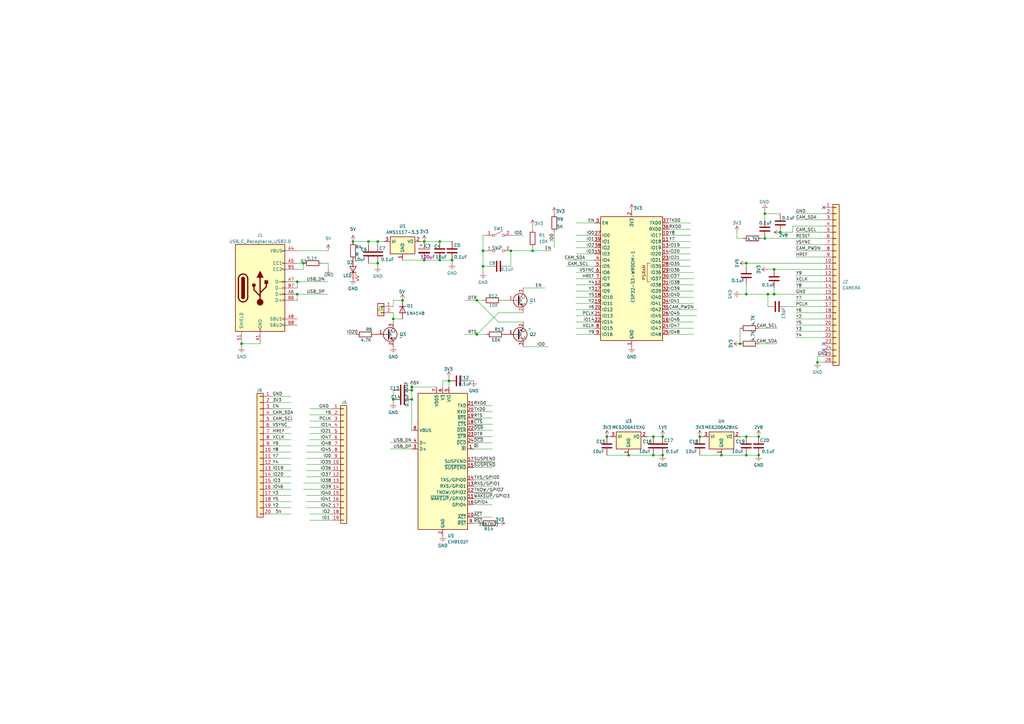
<source format=kicad_sch>
(kicad_sch (version 20250114) (generator "eeschema") (generator_version "9.0")
  (paper "A3")
  (junction (at 317.5 110.49))
  (junction (at 144.78 99.06))
  (junction (at 173.99 99.06))
  (junction (at 267.97 179.07))
  (junction (at 195.58 123.19))
  (junction (at 184.15 156.21))
  (junction (at 311.15 186.69))
  (junction (at 168.91 160.02))
  (junction (at 154.94 99.06))
  (junction (at 313.69 87.63))
  (junction (at 161.29 163.83))
  (junction (at 168.91 158.75))
  (junction (at 151.13 99.06))
  (junction (at 317.5 120.65))
  (junction (at 267.97 186.69))
  (junction (at 121.92 120.65))
  (junction (at 124.46 107.95))
  (junction (at 306.07 186.69))
  (junction (at 165.1 123.19))
  (junction (at 313.69 97.79))
  (junction (at 180.34 106.68))
  (junction (at 161.29 130.81))
  (junction (at 271.78 186.69))
  (junction (at 271.78 179.07))
  (junction (at 180.34 99.06))
  (junction (at 99.06 140.97))
  (junction (at 320.04 95.25))
  (junction (at 314.96 120.65))
  (junction (at 306.07 107.95))
  (junction (at 335.28 148.59))
  (junction (at 121.92 115.57))
  (junction (at 173.99 106.68))
  (junction (at 198.12 109.22))
  (junction (at 303.53 140.97))
  (junction (at 287.02 179.07))
  (junction (at 218.44 102.87))
  (junction (at 295.91 186.69))
  (junction (at 311.15 179.07))
  (junction (at 257.81 186.69))
  (junction (at 198.12 102.87))
  (junction (at 306.07 179.07))
  (junction (at 209.55 102.87))
  (junction (at 168.91 163.83))
  (junction (at 195.58 137.16))
  (junction (at 154.94 107.95))
  (junction (at 306.07 120.65))
  (junction (at 248.92 179.07))
  (junction (at 185.42 106.68))
  (no_connect (at 337.82 140.97))
  (no_connect (at 337.82 143.51))
  (no_connect (at 337.82 85.09))
  (wire (pts (xy 194.31 173.99) (xy 201.93 173.99)))
  (wire (pts (xy 184.15 156.21) (xy 184.15 158.75)))
  (wire (pts (xy 135.89 198.12) (xy 124.46 198.12)))
  (wire (pts (xy 326.39 90.17) (xy 337.82 90.17)))
  (wire (pts (xy 236.22 119.38) (xy 243.84 119.38)))
  (wire (pts (xy 135.89 200.66) (xy 124.46 200.66)))
  (wire (pts (xy 326.39 100.33) (xy 337.82 100.33)))
  (wire (pts (xy 227.33 95.25) (xy 227.33 101.6)))
  (wire (pts (xy 135.89 187.96) (xy 125.73 187.96)))
  (wire (pts (xy 236.22 104.14) (xy 243.84 104.14)))
  (wire (pts (xy 236.22 116.84) (xy 243.84 116.84)))
  (wire (pts (xy 313.69 87.63) (xy 320.04 87.63)))
  (wire (pts (xy 119.38 165.1) (xy 111.76 165.1)))
  (wire (pts (xy 198.12 102.87) (xy 199.39 102.87)))
  (wire (pts (xy 119.38 190.5) (xy 111.76 190.5)))
  (wire (pts (xy 274.32 121.92) (xy 284.48 121.92)))
  (wire (pts (xy 207.01 123.19) (xy 205.74 123.19)))
  (wire (pts (xy 232.41 109.22) (xy 243.84 109.22)))
  (wire (pts (xy 214.63 132.08) (xy 204.47 132.08)))
  (wire (pts (xy 194.31 212.09) (xy 201.93 212.09)))
  (wire (pts (xy 274.32 132.08) (xy 284.48 132.08)))
  (wire (pts (xy 312.42 97.79) (xy 313.69 97.79)))
  (wire (pts (xy 135.89 205.74) (xy 125.73 205.74)))
  (wire (pts (xy 119.38 205.74) (xy 111.76 205.74)))
  (wire (pts (xy 194.31 181.61) (xy 201.93 181.61)))
  (wire (pts (xy 135.89 182.88) (xy 125.73 182.88)))
  (wire (pts (xy 314.96 120.65) (xy 314.96 125.73)))
  (wire (pts (xy 306.07 186.69) (xy 311.15 186.69)))
  (wire (pts (xy 248.92 179.07) (xy 250.19 179.07)))
  (wire (pts (xy 335.28 146.05) (xy 335.28 148.59)))
  (wire (pts (xy 161.29 160.02) (xy 161.29 163.83)))
  (wire (pts (xy 194.31 207.01) (xy 201.93 207.01)))
  (wire (pts (xy 326.39 115.57) (xy 337.82 115.57)))
  (wire (pts (xy 274.32 93.98) (xy 283.21 93.98)))
  (wire (pts (xy 194.31 201.93) (xy 201.93 201.93)))
  (wire (pts (xy 119.38 180.34) (xy 111.76 180.34)))
  (wire (pts (xy 135.89 208.28) (xy 125.73 208.28)))
  (wire (pts (xy 236.22 96.52) (xy 243.84 96.52)))
  (wire (pts (xy 274.32 114.3) (xy 284.48 114.3)))
  (wire (pts (xy 274.32 96.52) (xy 283.21 96.52)))
  (wire (pts (xy 326.39 135.89) (xy 337.82 135.89)))
  (wire (pts (xy 198.12 96.52) (xy 198.12 102.87)))
  (wire (pts (xy 274.32 99.06) (xy 283.21 99.06)))
  (wire (pts (xy 135.89 167.64) (xy 127 167.64)))
  (wire (pts (xy 274.32 124.46) (xy 284.48 124.46)))
  (wire (pts (xy 209.55 102.87) (xy 218.44 102.87)))
  (wire (pts (xy 161.29 128.27) (xy 161.29 130.81)))
  (wire (pts (xy 314.96 110.49) (xy 317.5 110.49)))
  (wire (pts (xy 313.69 86.36) (xy 313.69 87.63)))
  (wire (pts (xy 194.31 184.15) (xy 201.93 184.15)))
  (wire (pts (xy 195.58 137.16) (xy 190.5 137.16)))
  (wire (pts (xy 160.02 184.15) (xy 168.91 184.15)))
  (wire (pts (xy 236.22 124.46) (xy 243.84 124.46)))
  (wire (pts (xy 274.32 109.22) (xy 283.21 109.22)))
  (wire (pts (xy 218.44 92.71) (xy 218.44 93.98)))
  (wire (pts (xy 160.02 181.61) (xy 168.91 181.61)))
  (wire (pts (xy 132.08 107.95) (xy 134.62 107.95)))
  (wire (pts (xy 135.89 195.58) (xy 125.73 195.58)))
  (wire (pts (xy 134.62 107.95) (xy 134.62 110.49)))
  (wire (pts (xy 161.29 163.83) (xy 161.29 165.1)))
  (wire (pts (xy 194.31 179.07) (xy 201.93 179.07)))
  (wire (pts (xy 198.12 96.52) (xy 199.39 96.52)))
  (wire (pts (xy 236.22 101.6) (xy 243.84 101.6)))
  (wire (pts (xy 223.52 118.11) (xy 214.63 118.11)))
  (wire (pts (xy 326.39 133.35) (xy 337.82 133.35)))
  (wire (pts (xy 265.43 179.07) (xy 267.97 179.07)))
  (wire (pts (xy 185.42 107.95) (xy 185.42 106.68)))
  (wire (pts (xy 119.38 185.42) (xy 111.76 185.42)))
  (wire (pts (xy 306.07 120.65) (xy 314.96 120.65)))
  (wire (pts (xy 236.22 91.44) (xy 243.84 91.44)))
  (wire (pts (xy 165.1 106.68) (xy 173.99 106.68)))
  (wire (pts (xy 287.02 186.69) (xy 295.91 186.69)))
  (wire (pts (xy 173.99 106.68) (xy 180.34 106.68)))
  (wire (pts (xy 326.39 95.25) (xy 337.82 95.25)))
  (wire (pts (xy 173.99 99.06) (xy 180.34 99.06)))
  (wire (pts (xy 135.89 172.72) (xy 127 172.72)))
  (wire (pts (xy 168.91 163.83) (xy 168.91 176.53)))
  (wire (pts (xy 179.07 158.75) (xy 168.91 158.75)))
  (wire (pts (xy 326.39 138.43) (xy 337.82 138.43)))
  (wire (pts (xy 121.92 120.65) (xy 121.92 123.19)))
  (wire (pts (xy 209.55 96.52) (xy 214.63 96.52)))
  (wire (pts (xy 151.13 99.06) (xy 154.94 99.06)))
  (wire (pts (xy 172.72 99.06) (xy 173.99 99.06)))
  (wire (pts (xy 320.04 95.25) (xy 325.12 95.25)))
  (wire (pts (xy 236.22 132.08) (xy 243.84 132.08)))
  (wire (pts (xy 194.31 168.91) (xy 201.93 168.91)))
  (wire (pts (xy 194.31 176.53) (xy 201.93 176.53)))
  (wire (pts (xy 236.22 114.3) (xy 243.84 114.3)))
  (wire (pts (xy 194.31 191.77) (xy 201.93 191.77)))
  (wire (pts (xy 326.39 105.41) (xy 337.82 105.41)))
  (wire (pts (xy 267.97 179.07) (xy 271.78 179.07)))
  (wire (pts (xy 314.96 120.65) (xy 317.5 120.65)))
  (wire (pts (xy 180.34 106.68) (xy 185.42 106.68)))
  (wire (pts (xy 195.58 123.19) (xy 190.5 123.19)))
  (wire (pts (xy 191.77 156.21) (xy 194.31 156.21)))
  (wire (pts (xy 135.89 213.36) (xy 127 213.36)))
  (wire (pts (xy 248.92 186.69) (xy 257.81 186.69)))
  (wire (pts (xy 295.91 186.69) (xy 306.07 186.69)))
  (wire (pts (xy 274.32 129.54) (xy 285.75 129.54)))
  (wire (pts (xy 168.91 158.75) (xy 168.91 160.02)))
  (wire (pts (xy 198.12 102.87) (xy 198.12 109.22)))
  (wire (pts (xy 135.89 185.42) (xy 125.73 185.42)))
  (wire (pts (xy 119.38 208.28) (xy 111.76 208.28)))
  (wire (pts (xy 218.44 102.87) (xy 226.06 102.87)))
  (wire (pts (xy 214.63 128.27) (xy 204.47 128.27)))
  (wire (pts (xy 135.89 170.18) (xy 127 170.18)))
  (wire (pts (xy 306.07 179.07) (xy 311.15 179.07)))
  (wire (pts (xy 135.89 190.5) (xy 125.73 190.5)))
  (wire (pts (xy 119.38 200.66) (xy 111.76 200.66)))
  (wire (pts (xy 135.89 193.04) (xy 125.73 193.04)))
  (wire (pts (xy 121.92 102.87) (xy 134.62 102.87)))
  (wire (pts (xy 119.38 195.58) (xy 111.76 195.58)))
  (wire (pts (xy 274.32 134.62) (xy 284.48 134.62)))
  (wire (pts (xy 274.32 137.16) (xy 284.48 137.16)))
  (wire (pts (xy 119.38 162.56) (xy 111.76 162.56)))
  (wire (pts (xy 121.92 107.95) (xy 124.46 107.95)))
  (wire (pts (xy 236.22 134.62) (xy 243.84 134.62)))
  (wire (pts (xy 194.31 204.47) (xy 201.93 204.47)))
  (wire (pts (xy 306.07 107.95) (xy 337.82 107.95)))
  (wire (pts (xy 194.31 214.63) (xy 196.85 214.63)))
  (wire (pts (xy 198.12 109.22) (xy 198.12 111.76)))
  (wire (pts (xy 274.32 91.44) (xy 283.21 91.44)))
  (wire (pts (xy 306.07 116.84) (xy 306.07 120.65)))
  (wire (pts (xy 224.79 142.24) (xy 214.63 142.24)))
  (wire (pts (xy 161.29 123.19) (xy 165.1 123.19)))
  (wire (pts (xy 274.32 119.38) (xy 284.48 119.38)))
  (wire (pts (xy 326.39 123.19) (xy 337.82 123.19)))
  (wire (pts (xy 335.28 146.05) (xy 337.82 146.05)))
  (wire (pts (xy 267.97 186.69) (xy 271.78 186.69)))
  (wire (pts (xy 119.38 203.2) (xy 111.76 203.2)))
  (wire (pts (xy 317.5 110.49) (xy 337.82 110.49)))
  (wire (pts (xy 204.47 128.27) (xy 195.58 137.16)))
  (wire (pts (xy 154.94 99.06) (xy 157.48 99.06)))
  (wire (pts (xy 274.32 116.84) (xy 284.48 116.84)))
  (wire (pts (xy 151.13 107.95) (xy 154.94 107.95)))
  (wire (pts (xy 119.38 198.12) (xy 111.76 198.12)))
  (wire (pts (xy 119.38 172.72) (xy 111.76 172.72)))
  (wire (pts (xy 121.92 120.65) (xy 134.62 120.65)))
  (wire (pts (xy 257.81 186.69) (xy 267.97 186.69)))
  (wire (pts (xy 326.39 87.63) (xy 337.82 87.63)))
  (wire (pts (xy 144.78 99.06) (xy 151.13 99.06)))
  (wire (pts (xy 181.61 156.21) (xy 181.61 158.75)))
  (wire (pts (xy 184.15 154.94) (xy 184.15 156.21)))
  (wire (pts (xy 154.94 109.22) (xy 154.94 107.95)))
  (wire (pts (xy 119.38 182.88) (xy 111.76 182.88)))
  (wire (pts (xy 121.92 115.57) (xy 121.92 118.11)))
  (wire (pts (xy 181.61 156.21) (xy 184.15 156.21)))
  (wire (pts (xy 124.46 107.95) (xy 124.46 110.49)))
  (wire (pts (xy 161.29 130.81) (xy 165.1 130.81)))
  (wire (pts (xy 236.22 99.06) (xy 243.84 99.06)))
  (wire (pts (xy 194.31 171.45) (xy 201.93 171.45)))
  (wire (pts (xy 236.22 129.54) (xy 243.84 129.54)))
  (wire (pts (xy 115.57 120.65) (xy 121.92 120.65)))
  (wire (pts (xy 135.89 203.2) (xy 125.73 203.2)))
  (wire (pts (xy 326.39 128.27) (xy 337.82 128.27)))
  (wire (pts (xy 161.29 130.81) (xy 161.29 132.08)))
  (wire (pts (xy 198.12 109.22) (xy 200.66 109.22)))
  (wire (pts (xy 121.92 115.57) (xy 134.62 115.57)))
  (wire (pts (xy 135.89 210.82) (xy 127 210.82)))
  (wire (pts (xy 119.38 187.96) (xy 111.76 187.96)))
  (wire (pts (xy 335.28 148.59) (xy 337.82 148.59)))
  (wire (pts (xy 135.89 177.8) (xy 127 177.8)))
  (wire (pts (xy 236.22 111.76) (xy 243.84 111.76)))
  (wire (pts (xy 236.22 137.16) (xy 243.84 137.16)))
  (wire (pts (xy 168.91 160.02) (xy 168.91 163.83)))
  (wire (pts (xy 326.39 130.81) (xy 337.82 130.81)))
  (wire (pts (xy 325.12 92.71) (xy 337.82 92.71)))
  (wire (pts (xy 135.89 175.26) (xy 127 175.26)))
  (wire (pts (xy 99.06 140.97) (xy 106.68 140.97)))
  (wire (pts (xy 111.76 177.8) (xy 119.38 177.8)))
  (wire (pts (xy 194.31 189.23) (xy 201.93 189.23)))
  (wire (pts (xy 236.22 121.92) (xy 243.84 121.92)))
  (wire (pts (xy 111.76 175.26) (xy 119.38 175.26)))
  (wire (pts (xy 287.02 179.07) (xy 288.29 179.07)))
  (wire (pts (xy 135.89 180.34) (xy 127 180.34)))
  (wire (pts (xy 303.53 140.97) (xy 303.53 134.62)))
  (wire (pts (xy 302.26 97.79) (xy 304.8 97.79)))
  (wire (pts (xy 306.07 107.95) (xy 306.07 109.22)))
  (wire (pts (xy 194.31 199.39) (xy 201.93 199.39)))
  (wire (pts (xy 208.28 109.22) (xy 209.55 109.22)))
  (wire (pts (xy 154.94 100.33) (xy 154.94 99.06)))
  (wire (pts (xy 194.31 196.85) (xy 201.93 196.85)))
  (wire (pts (xy 121.92 110.49) (xy 124.46 110.49)))
  (wire (pts (xy 274.32 127) (xy 285.75 127)))
  (wire (pts (xy 274.32 104.14) (xy 283.21 104.14)))
  (wire (pts (xy 198.12 123.19) (xy 195.58 123.19)))
  (wire (pts (xy 326.39 113.03) (xy 337.82 113.03)))
  (wire (pts (xy 274.32 101.6) (xy 283.21 101.6)))
  (wire (pts (xy 236.22 127) (xy 243.84 127)))
  (wire (pts (xy 119.38 170.18) (xy 111.76 170.18)))
  (wire (pts (xy 311.15 134.62) (xy 318.77 134.62)))
  (wire (pts (xy 209.55 102.87) (xy 209.55 109.22)))
  (wire (pts (xy 313.69 87.63) (xy 313.69 90.17)))
  (wire (pts (xy 204.47 132.08) (xy 195.58 123.19)))
  (wire (pts (xy 274.32 106.68) (xy 283.21 106.68)))
  (wire (pts (xy 274.32 111.76) (xy 284.48 111.76)))
  (wire (pts (xy 311.15 140.97) (xy 318.77 140.97)))
  (wire (pts (xy 99.06 142.24) (xy 99.06 140.97)))
  (wire (pts (xy 302.26 97.79) (xy 302.26 95.25)))
  (wire (pts (xy 151.13 99.06) (xy 151.13 100.33)))
  (wire (pts (xy 194.31 166.37) (xy 201.93 166.37)))
  (wire (pts (xy 218.44 101.6) (xy 218.44 102.87)))
  (wire (pts (xy 142.24 137.16) (xy 146.05 137.16)))
  (wire (pts (xy 119.38 167.64) (xy 111.76 167.64)))
  (wire (pts (xy 114.3 115.57) (xy 121.92 115.57)))
  (wire (pts (xy 232.41 106.68) (xy 243.84 106.68)))
  (wire (pts (xy 119.38 193.04) (xy 111.76 193.04)))
  (wire (pts (xy 317.5 120.65) (xy 337.82 120.65)))
  (wire (pts (xy 326.39 118.11) (xy 337.82 118.11)))
  (wire (pts (xy 317.5 118.11) (xy 317.5 120.65)))
  (wire (pts (xy 326.39 102.87) (xy 337.82 102.87)))
  (wire (pts (xy 313.69 97.79) (xy 337.82 97.79)))
  (wire (pts (xy 303.53 120.65) (xy 306.07 120.65)))
  (wire (pts (xy 180.34 99.06) (xy 185.42 99.06)))
  (wire (pts (xy 161.29 123.19) (xy 161.29 125.73)))
  (wire (pts (xy 322.58 125.73) (xy 337.82 125.73)))
  (wire (pts (xy 111.76 210.82) (xy 119.38 210.82)))
  (wire (pts (xy 303.53 179.07) (xy 306.07 179.07)))
  (wire (pts (xy 325.12 95.25) (xy 325.12 92.71)))
  (wire (pts (xy 199.39 137.16) (xy 195.58 137.16)))
  (label "RXD0" (at 274.32 93.98 0))
  (label "Y7" (at 274.32 99.06 0))
  (label "IO1" (at 132.08 213.36 0))
  (label "DTR" (at 194.31 179.07 0))
  (label "Y5" (at 111.76 205.74 0))
  (label "USB_DP" (at 125.73 120.65 0))
  (label "Y2" (at 243.84 124.46 180))
  (label "PCLK" (at 135.89 172.72 180))
  (label "GPIO4" (at 194.31 207.01 0))
  (label "IO0" (at 135.89 187.96 180))
  (label "Y8" (at 326.39 118.11 0))
  (label "GND" (at 326.39 87.63 0))
  (label "IO3" (at 243.84 104.14 180))
  (label "CAM_SDA" (at 318.77 140.97 180))
  (label "GND" (at 111.76 162.56 0))
  (label "IO14" (at 135.89 175.26 180))
  (label "Y2" (at 114.3 208.28 180))
  (label "~{DCD}" (at 194.31 181.61 0))
  (label "IO48" (at 274.32 137.16 0))
  (label "Y3" (at 243.84 119.38 180))
  (label "DTR" (at 195.58 123.19 180))
  (label "EN" (at 223.52 102.87 0))
  (label "HREF" (at 111.76 177.8 0))
  (label "IO38" (at 274.32 116.84 0))
  (label "IO36" (at 274.32 111.76 0))
  (label "VSYNC" (at 243.84 111.76 180))
  (label "IO45" (at 274.32 129.54 0))
  (label "EN" (at 222.25 118.11 180))
  (label "IO0" (at 223.52 142.24 180))
  (label "IO0" (at 243.84 96.52 180))
  (label "IO40" (at 274.32 121.92 0))
  (label "IO20" (at 111.76 195.58 0))
  (label "EN" (at 243.84 91.44 180))
  (label "IO0" (at 210.82 96.52 0))
  (label "~{RST}" (at 194.31 214.63 0))
  (label "IO41" (at 274.32 124.46 0))
  (label "~{SUSPEND}" (at 194.31 191.77 0))
  (label "XCLK" (at 326.39 115.57 0))
  (label "IO36" (at 135.89 193.04 180))
  (label "Y4" (at 111.76 190.5 0))
  (label "IO40" (at 135.89 203.2 180))
  (label "SUSPEND" (at 194.31 189.23 0))
  (label "CAM_PWDN" (at 274.32 127 0))
  (label "XCLK" (at 243.84 134.62 180))
  (label "IO38" (at 135.89 198.12 180))
  (label "IO47" (at 135.89 180.34 180))
  (label "Y6" (at 135.89 170.18 180))
  (label "CAM_SCL" (at 241.3 109.22 180))
  (label "CAM_SDA" (at 240.03 106.68 180))
  (label "USB_DP" (at 161.29 184.15 0))
  (label "IO2" (at 132.08 210.82 0))
  (label "CAM_SCL" (at 326.39 95.25 0))
  (label "IO41" (at 135.89 205.74 180))
  (label "Y9" (at 243.84 137.16 180))
  (label "CAM_SDA" (at 326.39 90.17 0))
  (label "Y4" (at 326.39 138.43 0))
  (label "VSYNC" (at 326.39 100.33 0))
  (label "IO20" (at 274.32 104.14 0))
  (label "RTS" (at 195.58 137.16 180))
  (label "IO46" (at 274.32 132.08 0))
  (label "IO37" (at 135.89 195.58 180))
  (label "GND" (at 326.39 120.65 0))
  (label "~{CTS}" (at 194.31 173.99 0))
  (label "IO48" (at 135.89 182.88 180))
  (label "IO21" (at 135.89 177.8 180))
  (label "XCLK" (at 111.76 180.34 0))
  (label "Y6" (at 243.84 127 180))
  (label "HREF" (at 243.84 114.3 180))
  (label "IO1" (at 243.84 99.06 180))
  (label "Y9" (at 326.39 113.03 0))
  (label "IO47" (at 274.32 134.62 0))
  (label "Y7" (at 326.39 123.19 0))
  (label "GND" (at 335.28 146.05 0))
  (label "CAM_SDA" (at 111.76 170.18 0))
  (label "TXD0" (at 194.31 168.91 0))
  (label "RXS/GPIO1" (at 194.31 199.39 0))
  (label "Y6" (at 326.39 128.27 0))
  (label "IO39" (at 135.89 200.66 180))
  (label "IO42" (at 135.89 208.28 180))
  (label "~{ACT}" (at 194.31 212.09 0))
  (label "IO39" (at 274.32 119.38 0))
  (label "EN" (at 111.76 167.64 0))
  (label "IO35" (at 274.32 109.22 0))
  (label "USB_DN" (at 161.29 181.61 0))
  (label "Y8" (at 111.76 185.42 0))
  (label "IO14" (at 243.84 132.08 180))
  (label "~{WAKEUP}/GPIO3" (at 194.31 204.47 0))
  (label "Y5" (at 243.84 121.92 180))
  (label "5V" (at 113.03 210.82 0))
  (label "Y9" (at 111.76 182.88 0))
  (label "~{RI}" (at 194.31 184.15 0))
  (label "HREF" (at 326.39 105.41 0))
  (label "IO35" (at 135.89 190.5 180))
  (label "GND" (at 130.81 167.64 0))
  (label "TXS/GPIO0" (at 194.31 196.85 0))
  (label "IO45" (at 135.89 185.42 180))
  (label "Y7" (at 111.76 187.96 0))
  (label "RXD0" (at 194.31 166.37 0))
  (label "TNOW/GPIO2" (at 194.31 201.93 0))
  (label "IO20" (at 142.24 137.16 0))
  (label "IO3" (at 111.76 198.12 0))
  (label "3V3" (at 111.76 165.1 0))
  (label "CAM_SCL" (at 111.76 172.72 0))
  (label "RTS" (at 194.31 171.45 0))
  (label "IO19" (at 274.32 101.6 0))
  (label "Y2" (at 326.39 130.81 0))
  (label "Y5" (at 326.39 133.35 0))
  (label "CAM_PWDN" (at 326.39 102.87 0))
  (label "IO2" (at 243.84 101.6 180))
  (label "IO19" (at 111.76 193.04 0))
  (label "PCLK" (at 326.39 125.73 0))
  (label "USB_DN" (at 125.73 115.57 0))
  (label "Y8" (at 274.32 96.52 0))
  (label "Y3" (at 326.39 135.89 0))
  (label "IO0" (at 227.33 99.06 90))
  (label "RESET" (at 326.39 97.79 0))
  (label "IO21" (at 274.32 106.68 0))
  (label "IO37" (at 274.32 114.3 0))
  (label "PCLK" (at 243.84 129.54 180))
  (label "VSYNC" (at 111.76 175.26 0))
  (label "Y4" (at 243.84 116.84 180))
  (label "Y3" (at 111.76 203.2 0))
  (label "IO46" (at 111.76 200.66 0))
  (label "CAM_SCL" (at 318.77 134.62 180))
  (label "~{DSR}" (at 194.31 176.53 0))
  (label "TXD0" (at 274.32 91.44 0))
  (symbol (lib_id "Interface_USB:CH9102F") (at 181.61 189.23 0) (unit 1)
    (property "Reference" "U5" (at 183.5659 219.71 0) (effects (justify left)))
    (property "Value" "CH9102F" (at 183.5659 222.25 0) (effects (justify left)))
    (property "Footprint" "Package_DFN_QFN:QFN-24-1EP_4x4mm_P0.5mm_EP2.6x2.6mm" (effects (hide yes)))
    (property "Datasheet" "http://www.wch-ic.com/downloads/CH9102DS1_PDF.html" (effects (hide yes)))
  )
  (symbol (lib_id "power:GNDREF") (at 154.94 109.22 0) (unit 1)
    (property "Reference" "#PWR014" (effects (hide yes)))
    (property "Value" "GND" (at 154.94 113.284 0))
    (property "Description" "Power symbol creates a global label with name \"GNDREF\" , reference supply ground" (effects (hide yes)))
  )
  (symbol (lib_name "+3.3V_1") (lib_id "power:+3.3V") (at 248.92 179.07 0) (unit 1)
    (property "Reference" "#PWR029" (effects (hide yes)))
    (property "Value" "3V3" (at 248.92 175.26 0))
    (property "Description" "Power symbol creates a global label with name \"+3.3V\"" (effects (hide yes)))
  )
  (symbol (lib_id "Device:C") (at 306.07 182.88 180) (unit 1)
    (property "Reference" "C19" (at 305.562 181.102 0) (effects (justify left)))
    (property "Value" "10uF" (at 305.054 185.166 0) (effects (justify left)))
    (property "Footprint" "Capacitor_SMD:C_0603_1608Metric" (effects (hide yes)))
  )
  (symbol (lib_id "Device:R") (at 307.34 134.62 90) (unit 1)
    (property "Reference" "R11" (effects (hide yes)))
    (property "Value" "4.7K" (at 308.864 133.604 0) (effects (justify left)))
    (property "Footprint" "Resistor_SMD:R_0603_1608Metric" (effects (hide yes)))
  )
  (symbol (lib_id "power:+3.3V") (at 173.99 99.06 0) (unit 1)
    (property "Reference" "#PWR08" (effects (hide yes)))
    (property "Value" "3V3" (at 173.99 94.996 0))
  )
  (symbol (lib_id "power:GNDREF") (at 161.29 142.24 0) (unit 1)
    (property "Reference" "#PWR035" (effects (hide yes)))
    (property "Value" "GND" (at 161.29 146.304 0))
    (property "Description" "Power symbol creates a global label with name \"GNDREF\" , reference supply ground" (effects (hide yes)))
  )
  (symbol (lib_id "Device:C") (at 320.04 91.44 180) (unit 1)
    (property "Reference" "C1" (effects (hide yes)))
    (property "Value" "0.1uF" (at 326.136 89.408 0) (effects (justify left)))
    (property "Footprint" "Capacitor_SMD:C_0603_1608Metric" (effects (hide yes)))
  )
  (symbol (lib_id "Switch:SW_SPST") (at 204.47 102.87 0) (unit 1)
    (property "Reference" "SW2" (at 203.708 101.6 0))
    (property "Value" "SW_SPST" (effects (hide yes)))
    (property "Footprint" "Button_Switch_SMD:SW_SPST_B3U-1000P" (effects (hide yes)))
    (property "Description" "Single Pole Single Throw (SPST) switch" (effects (hide yes)))
  )
  (symbol (lib_id "power:+5V") (at 134.62 102.87 0) (unit 1)
    (property "Reference" "#PWR06" (effects (hide yes)))
    (property "Value" "5V" (at 134.62 97.79 0))
  )
  (symbol (lib_id "Device:R") (at 128.27 107.95 90) (unit 1)
    (property "Reference" "R3" (at 124.46 107.188 90))
    (property "Value" "5.1K" (at 128.016 105.918 90))
    (property "Footprint" "Capacitor_SMD:C_0603_1608Metric" (effects (hide yes)))
    (property "Description" "Resistor" (effects (hide yes)))
  )
  (symbol (lib_id "power:+3V3") (at 218.44 92.71 0) (unit 1)
    (property "Reference" "#PWR03" (effects (hide yes)))
    (property "Value" "3V3" (at 220.98 91.694 0))
  )
  (symbol (lib_id "Device:R") (at 218.44 97.79 180) (unit 1)
    (property "Reference" "R1" (at 220.98 96.5199 0) (effects (justify right)))
    (property "Value" "10K" (at 220.98 99.0599 0) (effects (justify right)))
    (property "Footprint" "Resistor_SMD:R_0603_1608Metric" (effects (hide yes)))
  )
  (symbol (lib_id "power:+5V") (at 144.78 99.06 0) (unit 1)
    (property "Reference" "#PWR07" (effects (hide yes)))
    (property "Value" "5V" (at 144.78 93.98 0))
  )
  (symbol (lib_id "power:GNDREF") (at 134.62 110.49 0) (unit 1)
    (property "Reference" "#PWR010" (effects (hide yes)))
    (property "Value" "GND" (at 134.874 112.776 0))
    (property "Description" "Power symbol creates a global label with name \"GNDREF\" , reference supply ground" (effects (hide yes)))
  )
  (symbol (lib_name "+3.3V_1") (lib_id "power:+3.3V") (at 320.04 95.25 90) (unit 1)
    (property "Reference" "#PWR05" (effects (hide yes)))
    (property "Value" "2V8" (at 321.31 96.52 90))
    (property "Description" "Power symbol creates a global label with name \"+3.3V\"" (effects (hide yes)))
  )
  (symbol (lib_id "Transistor_BJT:SS8050-SMD") (at 210.82 137.16 0) (mirror x) (unit 1)
    (property "Reference" "Q2" (at 217.17 137.1601 0) (effects (justify left)))
    (property "Value" "~" (at 216.662 134.874 0) (effects (justify left)))
    (property "Footprint" "Package_TO_SOT_SMD:SC-59" (effects (hide yes)))
  )
  (symbol (lib_id "Device:C") (at 204.47 109.22 90) (unit 1)
    (property "Reference" "C8" (at 201.93 107.95 90))
    (property "Value" "0.1uF" (at 208.026 110.49 90))
    (property "Footprint" "Capacitor_SMD:C_0603_1608Metric" (effects (hide yes)))
    (property "Description" "Unpolarized capacitor" (effects (hide yes)))
  )
  (symbol (lib_id "Transistor_BJT:SS8050-SMD") (at 157.48 137.16 0) (unit 1)
    (property "Reference" "Q3" (at 163.83 137.1599 0) (effects (justify left)))
    (property "Value" "~" (at 163.83 138.43 0) (effects (justify left)))
    (property "Footprint" "Package_TO_SOT_SMD:SC-59" (effects (hide yes)))
  )
  (symbol (lib_id "Device:C") (at 287.02 182.88 180) (unit 1)
    (property "Reference" "C18" (at 286.512 181.102 0) (effects (justify left)))
    (property "Value" "10uF" (at 286.004 185.166 0) (effects (justify left)))
    (property "Footprint" "Capacitor_SMD:C_0603_1608Metric" (effects (hide yes)))
  )
  (symbol (lib_id "power:+3.3V") (at 168.91 158.75 0) (unit 1)
    (property "Reference" "#PWR027" (effects (hide yes)))
    (property "Value" "5V" (at 170.688 156.972 0))
  )
  (symbol (lib_id "Device:R") (at 149.86 137.16 270) (mirror x) (unit 1)
    (property "Reference" "R6" (at 151.384 135.128 90))
    (property "Value" "4.7K" (at 150.114 139.446 90))
    (property "Footprint" "Resistor_SMD:R_0603_1608Metric" (effects (hide yes)))
  )
  (symbol (lib_id "Device:C") (at 165.1 160.02 90) (unit 1)
    (property "Reference" "C13" (at 163.83 159.258 90) (effects (justify left)))
    (property "Value" "10uF" (at 166.624 161.29 0) (effects (justify left)))
    (property "Footprint" "Capacitor_SMD:C_0603_1608Metric" (effects (hide yes)))
  )
  (symbol (lib_id "power:GNDREF") (at 99.06 142.24 0) (unit 1)
    (property "Reference" "#PWR022" (effects (hide yes)))
    (property "Value" "GND" (at 99.06 146.304 0))
    (property "Description" "Power symbol creates a global label with name \"GNDREF\" , reference supply ground" (effects (hide yes)))
  )
  (symbol (lib_id "Device:R") (at 308.61 97.79 90) (unit 1)
    (property "Reference" "R2" (effects (hide yes)))
    (property "Value" "4.7K" (at 310.896 98.044 90) (effects (justify left)))
    (property "Footprint" "Resistor_SMD:R_0603_1608Metric" (effects (hide yes)))
  )
  (symbol (lib_id "Device:C") (at 317.5 114.3 0) (unit 1)
    (property "Reference" "C10" (effects (hide yes)))
    (property "Value" "0.1uF" (at 312.42 116.84 0) (effects (justify left)))
    (property "Footprint" "Capacitor_SMD:C_0603_1608Metric" (effects (hide yes)))
  )
  (symbol (lib_id "power:VDD") (at 165.1 123.19 0) (unit 1)
    (property "Reference" "#PWR020" (effects (hide yes)))
    (property "Value" "5V" (at 164.846 119.634 0))
    (property "Description" "Power symbol creates a global label with name \"VDD\"" (effects (hide yes)))
  )
  (symbol (lib_id "power:GNDREF") (at 194.31 156.21 0) (unit 1)
    (property "Reference" "#PWR026" (effects (hide yes)))
    (property "Value" "GND" (at 194.31 160.274 0))
    (property "Description" "Power symbol creates a global label with name \"GNDREF\" , reference supply ground" (effects (hide yes)))
  )
  (symbol (lib_id "Device:R") (at 200.66 214.63 90) (unit 1)
    (property "Reference" "R14" (at 202.438 216.916 90) (effects (justify left)))
    (property "Value" "10K(NC)" (at 204.47 214.884 90) (effects (justify left)))
    (property "Footprint" "Resistor_SMD:R_0603_1608Metric" (effects (hide yes)))
  )
  (symbol (lib_name "+3.3V_1") (lib_id "power:+3.3V") (at 314.96 110.49 90) (unit 1)
    (property "Reference" "#PWR015" (effects (hide yes)))
    (property "Value" "3V3" (at 311.15 110.49 0))
    (property "Description" "Power symbol creates a global label with name \"+3.3V\"" (effects (hide yes)))
  )
  (symbol (lib_id "RF_Module:ESP32-S3-WROOM-1") (at 259.08 114.3 0) (unit 1)
    (property "Reference" "U2" (effects (hide yes)))
    (property "Value" "ESP32-S3-WROOM-1" (at 259.588 124.206 90) (effects (justify left)))
    (property "Footprint" "RF_Module:ESP32-S3-WROOM-1" (effects (hide yes)))
    (property "Datasheet" "https://www.espressif.com/sites/default/files/documentation/esp32-s3-wroom-1_wroom-1u_datasheet_en.pdf" (effects (hide yes)))
    (property "Description" "RF Module, ESP32-S3 SoC, Wi-Fi 802.11b/g/n, Bluetooth, BLE, 32-bit, 3.3V, onboard antenna, SMD" (effects (hide yes)))
  )
  (symbol (lib_id "power:+3V3") (at 227.33 87.63 0) (unit 1)
    (property "Reference" "#PWR018" (effects (hide yes)))
    (property "Value" "3V3" (at 229.87 86.614 0))
  )
  (symbol (lib_id "Regulator_Linear:AMS1117-3.3") (at 295.91 179.07 0) (unit 1)
    (property "Reference" "U4" (at 295.91 172.72 0))
    (property "Value" "ME6206A28XG" (at 295.91 175.26 0))
    (property "Footprint" "Package_TO_SOT_SMD:SC-59" (effects (hide yes)))
    (property "Datasheet" "http://www.advanced-monolithic.com/pdf/ds1117.pdf" (effects (hide yes)))
    (property "Description" "1A Low Dropout regulator, positive, 3.3V fixed output, SOT-223" (effects (hide yes)))
  )
  (symbol (lib_id "Device:C") (at 311.15 182.88 0) (unit 1)
    (property "Reference" "C20" (at 311.658 180.594 0) (effects (justify left)))
    (property "Value" "0.1uF" (at 312.42 185.166 0) (effects (justify left)))
    (property "Footprint" "Capacitor_SMD:C_0603_1608Metric" (effects (hide yes)))
  )
  (symbol (lib_id "00-kiml-capacitors-smd:100u_CASE-B-3528_TAJB107K006RNJ") (at 173.99 102.87 0) (unit 1)
    (property "Reference" "C3" (at 173.99 100.838 0) (effects (justify left)))
    (property "Value" "100u_CASE-B-3528_TAJB107K006RNJ" (effects (hide yes)))
    (property "Footprint" "Capacitor_SMD:C_1206_3216Metric" (effects (hide yes)))
    (property "Datasheet" "https://datasheet.lcsc.com/lcsc/2111161030_Kyocera-AVX-TAJB107K006RNJ-_C16133.pdf" (effects (hide yes)))
    (property "Description" "100uF 6.3V -55℃~+125℃ 1.7Ω@100kHz ±10% CASE-B_3528 Tantalum Capacitors" (effects (hide yes)))
    (property "UserValue" "100uF" (at 172.466 105.41 0) (effects (justify left)))
    (property "MFR" "Kyocera AVX" (effects (hide yes)))
    (property "MPN" "TAJB107K006RNJ" (effects (hide yes)))
    (property "SPL1" "JLCPCB" (effects (hide yes)))
    (property "SPN1" "C16133" (effects (hide yes)))
    (property "LNK1" "https://jlcpcb.com/partdetail/KyoceraAvx-TAJB107K006RNJ/C16133" (effects (hide yes)))
    (property "SNB1" "Basic Part" (effects (hide yes)))
    (property "Rating" "6.3V" (effects (hide yes)))
    (property "Tolerance" "10%" (effects (hide yes)))
  )
  (symbol (lib_id "Device:C") (at 180.34 102.87 0) (unit 1)
    (property "Reference" "C4" (at 178.054 101.092 0) (effects (justify left)))
    (property "Value" "10uF" (at 178.562 105.41 0) (effects (justify left)))
    (property "Footprint" "Capacitor_SMD:C_0603_1608Metric" (effects (hide yes)))
  )
  (symbol (lib_id "Device:C") (at 306.07 113.03 0) (unit 1)
    (property "Reference" "C9" (effects (hide yes)))
    (property "Value" "0.1uF" (at 299.974 115.062 0) (effects (justify left)))
    (property "Footprint" "Capacitor_SMD:C_0603_1608Metric" (effects (hide yes)))
  )
  (symbol (lib_id "power:GNDREF") (at 303.53 120.65 270) (unit 1)
    (property "Reference" "#PWR019" (effects (hide yes)))
    (property "Value" "GND" (at 299.466 120.65 0))
    (property "Description" "Power symbol creates a global label with name \"GNDREF\" , reference supply ground" (effects (hide yes)))
  )
  (symbol (lib_id "power:GNDREF") (at 161.29 165.1 0) (unit 1)
    (property "Reference" "#PWR028" (effects (hide yes)))
    (property "Value" "GND" (at 161.29 169.164 0))
    (property "Description" "Power symbol creates a global label with name \"GNDREF\" , reference supply ground" (effects (hide yes)))
  )
  (symbol (lib_id "Device:C") (at 187.96 156.21 90) (unit 1)
    (property "Reference" "C12" (at 190.5 154.94 90))
    (property "Value" "0.1uF" (at 190.754 157.48 90))
    (property "Footprint" "Capacitor_SMD:C_0603_1608Metric" (effects (hide yes)))
    (property "Description" "Unpolarized capacitor" (effects (hide yes)))
  )
  (symbol (lib_id "Device:R") (at 307.34 140.97 90) (unit 1)
    (property "Reference" "R10" (effects (hide yes)))
    (property "Value" "4.7K" (at 308.864 139.954 0) (effects (justify left)))
    (property "Footprint" "Resistor_SMD:R_0603_1608Metric" (effects (hide yes)))
  )
  (symbol (lib_id "power:GNDREF") (at 313.69 86.36 180) (unit 1)
    (property "Reference" "#PWR02" (effects (hide yes)))
    (property "Value" "GND" (at 313.436 82.804 0))
    (property "Description" "Power symbol creates a global label with name \"GNDREF\" , reference supply ground" (effects (hide yes)))
  )
  (symbol (lib_id "Device:C") (at 267.97 182.88 180) (unit 1)
    (property "Reference" "C16" (at 267.462 181.102 0) (effects (justify left)))
    (property "Value" "10uF" (at 266.954 185.166 0) (effects (justify left)))
    (property "Footprint" "Capacitor_SMD:C_0603_1608Metric" (effects (hide yes)))
  )
  (symbol (lib_id "Device:R") (at 144.78 102.87 0) (unit 1)
    (property "Reference" "R4" (at 145.796 101.346 0) (effects (justify left)))
    (property "Value" "R" (at 145.796 104.394 0) (effects (justify left)))
    (property "Footprint" "Resistor_SMD:R_0603_1608Metric" (effects (hide yes)))
  )
  (symbol (lib_id "Device:C") (at 248.92 182.88 180) (unit 1)
    (property "Reference" "C15" (at 248.412 181.102 0) (effects (justify left)))
    (property "Value" "10uF" (at 247.904 185.166 0) (effects (justify left)))
    (property "Footprint" "Capacitor_SMD:C_0603_1608Metric" (effects (hide yes)))
  )
  (symbol (lib_id "power:+3V3") (at 259.08 86.36 0) (unit 1)
    (property "Reference" "#PWR01" (effects (hide yes)))
    (property "Value" "3V3" (at 261.62 85.344 0))
  )
  (symbol (lib_id "Switch:SW_SPST") (at 204.47 96.52 0) (unit 1)
    (property "Reference" "SW1" (at 204.47 93.726 0))
    (property "Value" "SW_SPST" (effects (hide yes)))
    (property "Footprint" "Button_Switch_SMD:SW_SPST_B3U-1000P" (effects (hide yes)))
    (property "Description" "Single Pole Single Throw (SPST) switch" (effects (hide yes)))
  )
  (symbol (lib_name "+3.3V_1") (lib_id "power:+3.3V") (at 271.78 179.07 0) (unit 1)
    (property "Reference" "#PWR030" (effects (hide yes)))
    (property "Value" "1V5" (at 271.78 175.26 0))
    (property "Description" "Power symbol creates a global label with name \"+3.3V\"" (effects (hide yes)))
  )
  (symbol (lib_id "power:VDD") (at 184.15 154.94 0) (unit 1)
    (property "Reference" "#PWR025" (effects (hide yes)))
    (property "Value" "3V3" (at 183.896 151.384 0))
    (property "Description" "Power symbol creates a global label with name \"VDD\"" (effects (hide yes)))
  )
  (symbol (lib_name "+3.3V_1") (lib_id "power:+3.3V") (at 302.26 95.25 0) (unit 1)
    (property "Reference" "#PWR04" (effects (hide yes)))
    (property "Value" "3V3" (at 302.26 91.44 0))
    (property "Description" "Power symbol creates a global label with name \"+3.3V\"" (effects (hide yes)))
  )
  (symbol (lib_id "power:GNDREF") (at 185.42 107.95 0) (unit 1)
    (property "Reference" "#PWR012" (effects (hide yes)))
    (property "Value" "GND" (at 185.42 112.014 0))
    (property "Description" "Power symbol creates a global label with name \"GNDREF\" , reference supply ground" (effects (hide yes)))
  )
  (symbol (lib_name "+3.3V_1") (lib_id "power:+3.3V") (at 306.07 107.95 90) (unit 1)
    (property "Reference" "#PWR013" (effects (hide yes)))
    (property "Value" "1V5" (at 302.26 107.95 0))
    (property "Description" "Power symbol creates a global label with name \"+3.3V\"" (effects (hide yes)))
  )
  (symbol (lib_name "+3.3V_1") (lib_id "power:+3.3V") (at 311.15 179.07 0) (unit 1)
    (property "Reference" "#PWR032" (effects (hide yes)))
    (property "Value" "2V8" (at 311.15 175.26 0))
    (property "Description" "Power symbol creates a global label with name \"+3.3V\"" (effects (hide yes)))
  )
  (symbol (lib_id "Connector_Generic:Conn_01x02") (at 156.21 125.73 0) (mirror y) (unit 1)
    (property "Reference" "J3" (at 155.956 126.746 0))
    (property "Value" "Conn_01x02" (effects (hide yes)))
    (property "Footprint" "Connector_JST:JST_ACH_BM02B-ACHSS-GAN-ETF_1x02-1MP_P1.20mm_Vertical" (effects (hide yes)))
    (property "Description" "Generic connector, single row, 01x02, script generated (kicad-library-utils/schlib/autogen/connector/)" (effects (hide yes)))
  )
  (symbol (lib_id "power:GNDREF") (at 198.12 111.76 0) (unit 1)
    (property "Reference" "#PWR011" (effects (hide yes)))
    (property "Value" "GND" (at 198.12 115.824 0))
    (property "Description" "Power symbol creates a global label with name \"GNDREF\" , reference supply ground" (effects (hide yes)))
  )
  (symbol (lib_id "power:+3V3") (at 204.47 214.63 270) (unit 1)
    (property "Reference" "#PWR033" (effects (hide yes)))
    (property "Value" "3V3" (at 204.978 213.106 90))
  )
  (symbol (lib_name "+3.3V_1") (lib_id "power:+3.3V") (at 303.53 140.97 90) (unit 1)
    (property "Reference" "#PWR021" (effects (hide yes)))
    (property "Value" "3V3" (at 299.72 140.97 0))
    (property "Description" "Power symbol creates a global label with name \"+3.3V\"" (effects (hide yes)))
  )
  (symbol (lib_id "Device:C") (at 271.78 182.88 0) (unit 1)
    (property "Reference" "C17" (at 272.288 180.594 0) (effects (justify left)))
    (property "Value" "0.1uF" (at 273.05 185.166 0) (effects (justify left)))
    (property "Footprint" "Capacitor_SMD:C_0603_1608Metric" (effects (hide yes)))
  )
  (symbol (lib_id "power:GNDREF") (at 259.08 142.24 0) (unit 1)
    (property "Reference" "#PWR023" (effects (hide yes)))
    (property "Value" "GND" (at 259.08 146.304 0))
    (property "Description" "Power symbol creates a global label with name \"GNDREF\" , reference supply ground" (effects (hide yes)))
  )
  (symbol (lib_id "Connector_Generic:Conn_01x26") (at 342.9 115.57 0) (unit 1)
    (property "Reference" "J2" (at 345.44 115.5699 0) (effects (justify left)))
    (property "Value" "CAMERA" (at 345.44 118.1099 0) (effects (justify left)))
    (property "Footprint" "Connector_FFC-FPC:Hirose_FH12-24S-0.5SH_1x24-1MP_P0.50mm_Horizontal" (effects (hide yes)))
    (property "Description" "Generic connector, single row, 01x26, script generated (kicad-library-utils/schlib/autogen/connector/)" (effects (hide yes)))
  )
  (symbol (lib_id "Connector_Generic:Conn_01x19") (at 140.97 190.5 0) (unit 1)
    (property "Reference" "J5" (at 139.954 165.1 0) (effects (justify left)))
    (property "Value" "Conn_01x19" (effects (hide yes)))
    (property "Footprint" "Connector_PinSocket_2.54mm:PinSocket_1x19_P2.54mm_Vertical" (effects (hide yes)))
    (property "Description" "Generic connector, single row, 01x19, script generated (kicad-library-utils/schlib/autogen/connector/)" (effects (hide yes)))
  )
  (symbol (lib_id "Connector_Generic:Conn_01x20") (at 106.68 185.42 0) (mirror y) (unit 1)
    (property "Reference" "J6" (at 106.426 160.02 0))
    (property "Value" "Conn_01x20" (effects (hide yes)))
    (property "Footprint" "Connector_PinSocket_2.54mm:PinSocket_1x20_P2.54mm_Vertical" (effects (hide yes)))
    (property "Description" "Generic connector, single row, 01x20, script generated (kicad-library-utils/schlib/autogen/connector/)" (effects (hide yes)))
  )
  (symbol (lib_id "Device:C") (at 185.42 102.87 0) (unit 1)
    (property "Reference" "C5" (at 186.182 100.584 0) (effects (justify left)))
    (property "Value" "0.1uF" (at 186.182 105.41 0) (effects (justify left)))
    (property "Footprint" "Capacitor_SMD:C_0603_1608Metric" (effects (hide yes)))
  )
  (symbol (lib_id "Regulator_Linear:AMS1117-3.3") (at 165.1 99.06 0) (unit 1)
    (property "Reference" "U1" (at 165.1 92.71 0))
    (property "Value" "AMS1117-3.3" (at 165.1 95.25 0))
    (property "Footprint" "Package_TO_SOT_SMD:SOT-223-3_TabPin2" (effects (hide yes)))
    (property "Datasheet" "http://www.advanced-monolithic.com/pdf/ds1117.pdf" (effects (hide yes)))
  )
  (symbol (lib_name "+3.3V_1") (lib_id "power:+3.3V") (at 287.02 179.07 0) (unit 1)
    (property "Reference" "#PWR031" (effects (hide yes)))
    (property "Value" "3V3" (at 287.02 175.26 0))
    (property "Description" "Power symbol creates a global label with name \"+3.3V\"" (effects (hide yes)))
  )
  (symbol (lib_id "Connector:USB_C_Receptacle_USB2.0") (at 106.68 118.11 0) (unit 1)
    (property "Reference" "J1" (at 106.68 96.52 0))
    (property "Value" "USB_C_Receptacle_USB2.0" (at 106.68 99.06 0))
    (property "Footprint" "Connector_USB:USB_C_Receptacle_HRO_TYPE-C-31-M-12" (effects (hide yes)))
    (property "Datasheet" "https://www.usb.org/sites/default/files/documents/usb_type-c.zip" (effects (hide yes)))
  )
  (symbol (lib_id "Device:R") (at 227.33 91.44 0) (unit 1)
    (property "Reference" "R9" (at 228.346 89.916 0) (effects (justify left)))
    (property "Value" "5K" (at 228.346 92.964 0) (effects (justify left)))
    (property "Footprint" "Resistor_SMD:R_0603_1608Metric" (effects (hide yes)))
  )
  (symbol (lib_id "Device:R") (at 203.2 137.16 270) (mirror x) (unit 1)
    (property "Reference" "R13" (at 204.724 135.128 90))
    (property "Value" "10K" (at 203.454 139.446 90))
    (property "Footprint" "Resistor_SMD:R_0603_1608Metric" (effects (hide yes)))
  )
  (symbol (lib_id "Transistor_BJT:SS8050-SMD") (at 210.82 123.19 0) (unit 1)
    (property "Reference" "Q1" (at 217.17 123.1899 0) (effects (justify left)))
    (property "Value" "~" (at 217.17 124.46 0) (effects (justify left)))
    (property "Footprint" "Package_TO_SOT_SMD:SC-59" (effects (hide yes)))
  )
  (symbol (lib_id "power:GNDREF") (at 335.28 148.59 0) (unit 1)
    (property "Reference" "#PWR024" (effects (hide yes)))
    (property "Value" "GND" (at 335.28 152.654 0))
    (property "Description" "Power symbol creates a global label with name \"GNDREF\" , reference supply ground" (effects (hide yes)))
  )
  (symbol (lib_id "Device:LED") (at 144.78 110.49 90) (unit 1)
    (property "Reference" "D2" (at 142.24 107.696 90) (effects (justify right)))
    (property "Value" "LED" (at 140.716 113.03 90) (effects (justify right)))
    (property "Footprint" "LED_SMD:LED_0603_1608Metric" (effects (hide yes)))
  )
  (symbol (lib_id "Device:R") (at 201.93 123.19 270) (mirror x) (unit 1)
    (property "Reference" "R12" (at 202.184 121.412 90))
    (property "Value" "10K" (at 202.438 125.222 90))
    (property "Footprint" "Resistor_SMD:R_0603_1608Metric" (effects (hide yes)))
  )
  (symbol (lib_id "Device:C") (at 318.77 125.73 90) (unit 1)
    (property "Reference" "C11" (effects (hide yes)))
    (property "Value" "15pF" (at 321.31 130.81 0) (effects (justify left)))
    (property "Footprint" "Capacitor_SMD:C_0603_1608Metric" (effects (hide yes)))
  )
  (symbol (lib_id "power:GNDREF") (at 271.78 186.69 0) (unit 1)
    (property "Reference" "#PWR017" (effects (hide yes)))
    (property "Value" "GND" (at 271.78 190.754 0))
    (property "Description" "Power symbol creates a global label with name \"GNDREF\" , reference supply ground" (effects (hide yes)))
  )
  (symbol (lib_id "power:GNDREF") (at 311.15 186.69 0) (unit 1)
    (property "Reference" "#PWR036" (effects (hide yes)))
    (property "Value" "GND" (at 311.15 190.754 0))
    (property "Description" "Power symbol creates a global label with name \"GNDREF\" , reference supply ground" (effects (hide yes)))
  )
  (symbol (lib_id "Diode:1N4148") (at 165.1 127 270) (unit 1)
    (property "Reference" "D1" (at 166.878 125.476 90) (effects (justify left)))
    (property "Value" "1N4148" (at 166.624 128.524 90) (effects (justify left)))
    (property "Footprint" "Diode_THT:D_DO-35_SOD27_P7.62mm_Horizontal" (effects (hide yes)))
    (property "Datasheet" "https://assets.nexperia.com/documents/data-sheet/1N4148_1N4448.pdf" (effects (hide yes)))
    (property "Description" "100V 0.15A standard switching diode, DO-35" (effects (hide yes)))
    (property "Sim.Device" "D" (effects (hide yes)))
    (property "Sim.Pins" "1=K 2=A" (effects (hide yes)))
  )
  (symbol (lib_id "Device:C") (at 151.13 104.14 180) (unit 1)
    (property "Reference" "C6" (at 150.622 102.362 0) (effects (justify left)))
    (property "Value" "10uF" (at 150.114 106.426 0) (effects (justify left)))
    (property "Footprint" "Capacitor_SMD:C_0603_1608Metric" (effects (hide yes)))
  )
  (symbol (lib_id "Regulator_Linear:AMS1117-3.3") (at 257.81 179.07 0) (unit 1)
    (property "Reference" "U3" (at 257.81 172.72 0))
    (property "Value" "ME6206A15XG" (at 257.81 175.26 0))
    (property "Footprint" "Package_TO_SOT_SMD:SC-59" (effects (hide yes)))
    (property "Datasheet" "http://www.advanced-monolithic.com/pdf/ds1117.pdf" (effects (hide yes)))
    (property "Description" "1A Low Dropout regulator, positive, 3.3V fixed output, SOT-223" (effects (hide yes)))
  )
  (symbol (lib_id "power:GNDREF") (at 181.61 219.71 0) (unit 1)
    (property "Reference" "#PWR034" (effects (hide yes)))
    (property "Value" "GND" (at 181.61 223.774 0))
    (property "Description" "Power symbol creates a global label with name \"GNDREF\" , reference supply ground" (effects (hide yes)))
  )
  (symbol (lib_id "Device:C") (at 313.69 93.98 180) (unit 1)
    (property "Reference" "C2" (effects (hide yes)))
    (property "Value" "0.1uF" (at 316.738 91.44 0) (effects (justify left)))
    (property "Footprint" "Capacitor_SMD:C_0603_1608Metric" (effects (hide yes)))
  )
  (symbol (lib_id "Device:C") (at 165.1 163.83 90) (unit 1)
    (property "Reference" "C14" (at 162.306 162.814 90))
    (property "Value" "0.1uF" (at 166.878 164.084 0))
    (property "Footprint" "Capacitor_SMD:C_0603_1608Metric" (effects (hide yes)))
    (property "Description" "Unpolarized capacitor" (effects (hide yes)))
  )
  (symbol (lib_id "Device:C") (at 154.94 104.14 0) (unit 1)
    (property "Reference" "C7" (at 155.448 101.854 0) (effects (justify left)))
    (property "Value" "0.1uF" (at 156.21 106.426 0) (effects (justify left)))
    (property "Footprint" "Capacitor_SMD:C_0603_1608Metric" (effects (hide yes)))
  )
  (symbol (lib_id "power:GNDREF") (at 144.78 114.3 0) (unit 1)
    (property "Reference" "#PWR016" (effects (hide yes)))
    (property "Value" "GND" (at 144.78 118.364 0))
    (property "Description" "Power symbol creates a global label with name \"GNDREF\" , reference supply ground" (effects (hide yes)))
  )
)
</source>
